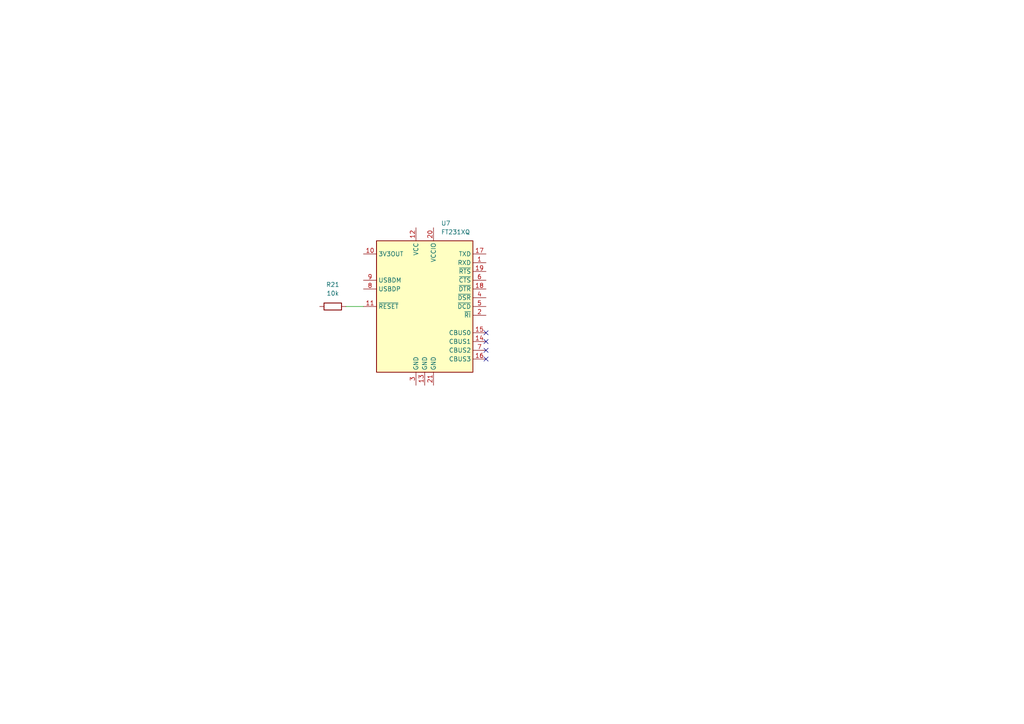
<source format=kicad_sch>
(kicad_sch (version 20230121) (generator eeschema)
  (paper "A4")
  (lib_symbols
    (symbol "Device:R" (pin_numbers hide) (pin_names (offset 0))
      (property "Reference" "R" (at 2.032 0 90))
      (property "Value" "R" (at 0 0 90))
      (symbol "R_0_1"
        (rectangle (start -1.016 -2.54) (end 1.016 2.54) (stroke (width 0.254)))
      )
      (symbol "R_1_1"
        (pin passive line (at 0 3.81 270) (length 1.27) (name "~") (number "1"))
        (pin passive line (at 0 -3.81 90) (length 1.27) (name "~") (number "2"))
      )
    )
    (symbol "Interface_USB:FT231XQ"
      (property "Reference" "U" (at -13.97 20.32 0))
      (property "Value" "FT231XQ" (at 6.35 20.32 0))
      (symbol "FT231XQ_0_1"
        (rectangle (start -13.97 19.05) (end 13.97 -19.05) (stroke (width 0.254)) (fill (type background)))
      )
      (symbol "FT231XQ_1_1"
        (pin input line (at 17.78 12.7 180) (length 3.81) (name "RXD") (number "1"))
        (pin power_out line (at -17.78 15.24 0) (length 3.81) (name "3V3OUT") (number "10"))
        (pin input line (at -17.78 0 0) (length 3.81) (name "~{RESET}") (number "11"))
        (pin power_in line (at -2.54 22.86 270) (length 3.81) (name "VCC") (number "12"))
        (pin power_in line (at 0 -22.86 90) (length 3.81) (name "GND") (number "13"))
        (pin bidirectional line (at 17.78 -10.16 180) (length 3.81) (name "CBUS1") (number "14"))
        (pin bidirectional line (at 17.78 -7.62 180) (length 3.81) (name "CBUS0") (number "15"))
        (pin bidirectional line (at 17.78 -15.24 180) (length 3.81) (name "CBUS3") (number "16"))
        (pin output line (at 17.78 15.24 180) (length 3.81) (name "TXD") (number "17"))
        (pin output line (at 17.78 5.08 180) (length 3.81) (name "~{DTR}") (number "18"))
        (pin output line (at 17.78 10.16 180) (length 3.81) (name "~{RTS}") (number "19"))
        (pin input line (at 17.78 -2.54 180) (length 3.81) (name "~{RI}") (number "2"))
        (pin power_in line (at 2.54 22.86 270) (length 3.81) (name "VCCIO") (number "20"))
        (pin power_in line (at 2.54 -22.86 90) (length 3.81) (name "GND") (number "21"))
        (pin power_in line (at -2.54 -22.86 90) (length 3.81) (name "GND") (number "3"))
        (pin input line (at 17.78 2.54 180) (length 3.81) (name "~{DSR}") (number "4"))
        (pin input line (at 17.78 0 180) (length 3.81) (name "~{DCD}") (number "5"))
        (pin input line (at 17.78 7.62 180) (length 3.81) (name "~{CTS}") (number "6"))
        (pin bidirectional line (at 17.78 -12.7 180) (length 3.81) (name "CBUS2") (number "7"))
        (pin bidirectional line (at -17.78 5.08 0) (length 3.81) (name "USBDP") (number "8"))
        (pin bidirectional line (at -17.78 7.62 0) (length 3.81) (name "USBDM") (number "9"))
      )
    )
  )
  (no_connect (at 140.97 104.14))
  (no_connect (at 140.97 96.52))
  (no_connect (at 140.97 99.06))
  (no_connect (at 140.97 101.6))
  (wire (pts (xy 100.33 88.9) (xy 105.41 88.9)))
  (symbol (lib_id "Device:R") (at 96.52 88.9 90) (unit 1)
    (property "Reference" "R21" (at 96.52 82.55 90))
    (property "Value" "10k" (at 96.52 85.09 90))
    (property "Footprint" "Resistor_SMD:R_0402_1005Metric" (effects hide))
  )
  (symbol (lib_id "Interface_USB:FT231XQ") (at 123.19 88.9 0) (unit 1)
    (property "Reference" "U7" (at 127.9241 64.77 0) (effects (justify left)))
    (property "Value" "FT231XQ" (at 127.9241 67.31 0) (effects (justify left)))
    (property "Footprint" "Package_DFN_QFN:QFN-20-1EP_4x4mm_P0.5mm_EP2.5x2.5mm" (effects hide))
    (property "Datasheet" "https://www.ftdichip.com/Support/Documents/DataSheets/ICs/DS_FT231X.pdf" (effects hide))
  )
)
</source>
